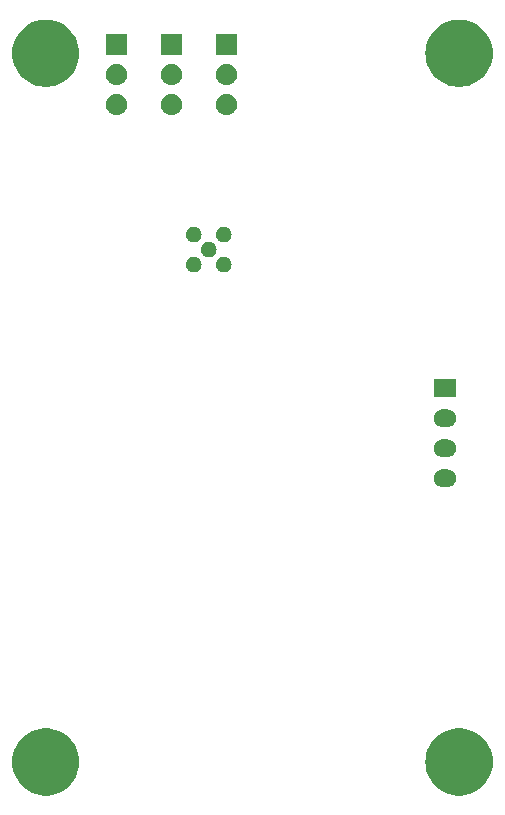
<source format=gbr>
%TF.GenerationSoftware,KiCad,Pcbnew,7.0.9*%
%TF.CreationDate,2024-10-15T17:16:27-06:00*%
%TF.ProjectId,i2c_mux,6932635f-6d75-4782-9e6b-696361645f70,rev?*%
%TF.SameCoordinates,Original*%
%TF.FileFunction,Soldermask,Bot*%
%TF.FilePolarity,Negative*%
%FSLAX46Y46*%
G04 Gerber Fmt 4.6, Leading zero omitted, Abs format (unit mm)*
G04 Created by KiCad (PCBNEW 7.0.9) date 2024-10-15 17:16:27*
%MOMM*%
%LPD*%
G01*
G04 APERTURE LIST*
G04 APERTURE END LIST*
G36*
X105495071Y-122192313D02*
G01*
X105817676Y-122268772D01*
X106129223Y-122382166D01*
X106425500Y-122530962D01*
X106702499Y-122713147D01*
X106956475Y-122926258D01*
X107183993Y-123167413D01*
X107381976Y-123433350D01*
X107547747Y-123720474D01*
X107679064Y-124024901D01*
X107774151Y-124342514D01*
X107831723Y-124669019D01*
X107851000Y-125000000D01*
X107831723Y-125330981D01*
X107774151Y-125657486D01*
X107679064Y-125975099D01*
X107547747Y-126279526D01*
X107381976Y-126566650D01*
X107183993Y-126832587D01*
X106956475Y-127073742D01*
X106702499Y-127286853D01*
X106425500Y-127469038D01*
X106129223Y-127617834D01*
X105817676Y-127731228D01*
X105495071Y-127807687D01*
X105165771Y-127846177D01*
X104834229Y-127846177D01*
X104504929Y-127807687D01*
X104182324Y-127731228D01*
X103870777Y-127617834D01*
X103574500Y-127469038D01*
X103297501Y-127286853D01*
X103043525Y-127073742D01*
X102816007Y-126832587D01*
X102618024Y-126566650D01*
X102452253Y-126279526D01*
X102320936Y-125975099D01*
X102225849Y-125657486D01*
X102168277Y-125330981D01*
X102149000Y-125000000D01*
X102168277Y-124669019D01*
X102225849Y-124342514D01*
X102320936Y-124024901D01*
X102452253Y-123720474D01*
X102618024Y-123433350D01*
X102816007Y-123167413D01*
X103043525Y-122926258D01*
X103297501Y-122713147D01*
X103574500Y-122530962D01*
X103870777Y-122382166D01*
X104182324Y-122268772D01*
X104504929Y-122192313D01*
X104834229Y-122153823D01*
X105165771Y-122153823D01*
X105495071Y-122192313D01*
G37*
G36*
X140495071Y-122192313D02*
G01*
X140817676Y-122268772D01*
X141129223Y-122382166D01*
X141425500Y-122530962D01*
X141702499Y-122713147D01*
X141956475Y-122926258D01*
X142183993Y-123167413D01*
X142381976Y-123433350D01*
X142547747Y-123720474D01*
X142679064Y-124024901D01*
X142774151Y-124342514D01*
X142831723Y-124669019D01*
X142851000Y-125000000D01*
X142831723Y-125330981D01*
X142774151Y-125657486D01*
X142679064Y-125975099D01*
X142547747Y-126279526D01*
X142381976Y-126566650D01*
X142183993Y-126832587D01*
X141956475Y-127073742D01*
X141702499Y-127286853D01*
X141425500Y-127469038D01*
X141129223Y-127617834D01*
X140817676Y-127731228D01*
X140495071Y-127807687D01*
X140165771Y-127846177D01*
X139834229Y-127846177D01*
X139504929Y-127807687D01*
X139182324Y-127731228D01*
X138870777Y-127617834D01*
X138574500Y-127469038D01*
X138297501Y-127286853D01*
X138043525Y-127073742D01*
X137816007Y-126832587D01*
X137618024Y-126566650D01*
X137452253Y-126279526D01*
X137320936Y-125975099D01*
X137225849Y-125657486D01*
X137168277Y-125330981D01*
X137149000Y-125000000D01*
X137168277Y-124669019D01*
X137225849Y-124342514D01*
X137320936Y-124024901D01*
X137452253Y-123720474D01*
X137618024Y-123433350D01*
X137816007Y-123167413D01*
X138043525Y-122926258D01*
X138297501Y-122713147D01*
X138574500Y-122530962D01*
X138870777Y-122382166D01*
X139182324Y-122268772D01*
X139504929Y-122192313D01*
X139834229Y-122153823D01*
X140165771Y-122153823D01*
X140495071Y-122192313D01*
G37*
G36*
X139045540Y-100221652D02*
G01*
X139077780Y-100223400D01*
X139078584Y-100223576D01*
X139087186Y-100224078D01*
X139169641Y-100243620D01*
X139239561Y-100259011D01*
X139244793Y-100261431D01*
X139256857Y-100264291D01*
X139325651Y-100298841D01*
X139386801Y-100327132D01*
X139396180Y-100334262D01*
X139412681Y-100342549D01*
X139466622Y-100387811D01*
X139515955Y-100425313D01*
X139527466Y-100438864D01*
X139546258Y-100454633D01*
X139584550Y-100506068D01*
X139620984Y-100548961D01*
X139632120Y-100569966D01*
X139650385Y-100594500D01*
X139673337Y-100647710D01*
X139696976Y-100692297D01*
X139704933Y-100720957D01*
X139719450Y-100754611D01*
X139728452Y-100805667D01*
X139740378Y-100848620D01*
X139742310Y-100884260D01*
X139749729Y-100926333D01*
X139747068Y-100972013D01*
X139749162Y-101010622D01*
X139742427Y-101051697D01*
X139739591Y-101100410D01*
X139728209Y-101138426D01*
X139722916Y-101170715D01*
X139705324Y-101214865D01*
X139689580Y-101267456D01*
X139672769Y-101296572D01*
X139662866Y-101321429D01*
X139632914Y-101365604D01*
X139602395Y-101418466D01*
X139583481Y-101438512D01*
X139571823Y-101455708D01*
X139528886Y-101496380D01*
X139482733Y-101545299D01*
X139464772Y-101557111D01*
X139454036Y-101567282D01*
X139398562Y-101600659D01*
X139337048Y-101641118D01*
X139322546Y-101646396D01*
X139315031Y-101650918D01*
X139248945Y-101673185D01*
X139173193Y-101700757D01*
X139163888Y-101701844D01*
X139161281Y-101702723D01*
X139090676Y-101710401D01*
X139000000Y-101721000D01*
X138993225Y-101721000D01*
X138603392Y-101721000D01*
X138600000Y-101721000D01*
X138554317Y-101718339D01*
X138522219Y-101716599D01*
X138521420Y-101716423D01*
X138512814Y-101715922D01*
X138430312Y-101696368D01*
X138360438Y-101680988D01*
X138355208Y-101678568D01*
X138343143Y-101675709D01*
X138274334Y-101641152D01*
X138213198Y-101612867D01*
X138203820Y-101605738D01*
X138187319Y-101597451D01*
X138133374Y-101552186D01*
X138084044Y-101514686D01*
X138072533Y-101501134D01*
X138053742Y-101485367D01*
X138015450Y-101433933D01*
X137979015Y-101391038D01*
X137967878Y-101370031D01*
X137949615Y-101345500D01*
X137926664Y-101292294D01*
X137903023Y-101247702D01*
X137895064Y-101219037D01*
X137880550Y-101185389D01*
X137871548Y-101134339D01*
X137859621Y-101091379D01*
X137857688Y-101055732D01*
X137850271Y-101013667D01*
X137852930Y-100967994D01*
X137850837Y-100929377D01*
X137857572Y-100888291D01*
X137860409Y-100839590D01*
X137871787Y-100801582D01*
X137877083Y-100769284D01*
X137894679Y-100725120D01*
X137910420Y-100672544D01*
X137927225Y-100643435D01*
X137937133Y-100618570D01*
X137967095Y-100574378D01*
X137997605Y-100521534D01*
X138016512Y-100501493D01*
X138028176Y-100484291D01*
X138071131Y-100443601D01*
X138117267Y-100394701D01*
X138135220Y-100382892D01*
X138145963Y-100372717D01*
X138201466Y-100339322D01*
X138262952Y-100298882D01*
X138277447Y-100293606D01*
X138284968Y-100289081D01*
X138351104Y-100266796D01*
X138426807Y-100239243D01*
X138436105Y-100238156D01*
X138438718Y-100237276D01*
X138509402Y-100229589D01*
X138600000Y-100219000D01*
X139000000Y-100219000D01*
X139045540Y-100221652D01*
G37*
G36*
X139045540Y-97681652D02*
G01*
X139077780Y-97683400D01*
X139078584Y-97683576D01*
X139087186Y-97684078D01*
X139169641Y-97703620D01*
X139239561Y-97719011D01*
X139244793Y-97721431D01*
X139256857Y-97724291D01*
X139325651Y-97758841D01*
X139386801Y-97787132D01*
X139396180Y-97794262D01*
X139412681Y-97802549D01*
X139466622Y-97847811D01*
X139515955Y-97885313D01*
X139527466Y-97898864D01*
X139546258Y-97914633D01*
X139584550Y-97966068D01*
X139620984Y-98008961D01*
X139632120Y-98029966D01*
X139650385Y-98054500D01*
X139673337Y-98107710D01*
X139696976Y-98152297D01*
X139704933Y-98180957D01*
X139719450Y-98214611D01*
X139728452Y-98265667D01*
X139740378Y-98308620D01*
X139742310Y-98344260D01*
X139749729Y-98386333D01*
X139747068Y-98432013D01*
X139749162Y-98470622D01*
X139742427Y-98511697D01*
X139739591Y-98560410D01*
X139728209Y-98598426D01*
X139722916Y-98630715D01*
X139705324Y-98674865D01*
X139689580Y-98727456D01*
X139672769Y-98756572D01*
X139662866Y-98781429D01*
X139632914Y-98825604D01*
X139602395Y-98878466D01*
X139583481Y-98898512D01*
X139571823Y-98915708D01*
X139528886Y-98956380D01*
X139482733Y-99005299D01*
X139464772Y-99017111D01*
X139454036Y-99027282D01*
X139398562Y-99060659D01*
X139337048Y-99101118D01*
X139322546Y-99106396D01*
X139315031Y-99110918D01*
X139248945Y-99133185D01*
X139173193Y-99160757D01*
X139163888Y-99161844D01*
X139161281Y-99162723D01*
X139090676Y-99170401D01*
X139000000Y-99181000D01*
X138993225Y-99181000D01*
X138603392Y-99181000D01*
X138600000Y-99181000D01*
X138554317Y-99178339D01*
X138522219Y-99176599D01*
X138521420Y-99176423D01*
X138512814Y-99175922D01*
X138430312Y-99156368D01*
X138360438Y-99140988D01*
X138355208Y-99138568D01*
X138343143Y-99135709D01*
X138274334Y-99101152D01*
X138213198Y-99072867D01*
X138203820Y-99065738D01*
X138187319Y-99057451D01*
X138133374Y-99012186D01*
X138084044Y-98974686D01*
X138072533Y-98961134D01*
X138053742Y-98945367D01*
X138015450Y-98893933D01*
X137979015Y-98851038D01*
X137967878Y-98830031D01*
X137949615Y-98805500D01*
X137926664Y-98752294D01*
X137903023Y-98707702D01*
X137895064Y-98679037D01*
X137880550Y-98645389D01*
X137871548Y-98594339D01*
X137859621Y-98551379D01*
X137857688Y-98515732D01*
X137850271Y-98473667D01*
X137852930Y-98427994D01*
X137850837Y-98389377D01*
X137857572Y-98348291D01*
X137860409Y-98299590D01*
X137871787Y-98261582D01*
X137877083Y-98229284D01*
X137894679Y-98185120D01*
X137910420Y-98132544D01*
X137927225Y-98103435D01*
X137937133Y-98078570D01*
X137967095Y-98034378D01*
X137997605Y-97981534D01*
X138016512Y-97961493D01*
X138028176Y-97944291D01*
X138071131Y-97903601D01*
X138117267Y-97854701D01*
X138135220Y-97842892D01*
X138145963Y-97832717D01*
X138201466Y-97799322D01*
X138262952Y-97758882D01*
X138277447Y-97753606D01*
X138284968Y-97749081D01*
X138351104Y-97726796D01*
X138426807Y-97699243D01*
X138436105Y-97698156D01*
X138438718Y-97697276D01*
X138509402Y-97689589D01*
X138600000Y-97679000D01*
X139000000Y-97679000D01*
X139045540Y-97681652D01*
G37*
G36*
X139045540Y-95141652D02*
G01*
X139077780Y-95143400D01*
X139078584Y-95143576D01*
X139087186Y-95144078D01*
X139169641Y-95163620D01*
X139239561Y-95179011D01*
X139244793Y-95181431D01*
X139256857Y-95184291D01*
X139325651Y-95218841D01*
X139386801Y-95247132D01*
X139396180Y-95254262D01*
X139412681Y-95262549D01*
X139466622Y-95307811D01*
X139515955Y-95345313D01*
X139527466Y-95358864D01*
X139546258Y-95374633D01*
X139584550Y-95426068D01*
X139620984Y-95468961D01*
X139632120Y-95489966D01*
X139650385Y-95514500D01*
X139673337Y-95567710D01*
X139696976Y-95612297D01*
X139704933Y-95640957D01*
X139719450Y-95674611D01*
X139728452Y-95725667D01*
X139740378Y-95768620D01*
X139742310Y-95804260D01*
X139749729Y-95846333D01*
X139747068Y-95892013D01*
X139749162Y-95930622D01*
X139742427Y-95971697D01*
X139739591Y-96020410D01*
X139728209Y-96058426D01*
X139722916Y-96090715D01*
X139705324Y-96134865D01*
X139689580Y-96187456D01*
X139672769Y-96216572D01*
X139662866Y-96241429D01*
X139632914Y-96285604D01*
X139602395Y-96338466D01*
X139583481Y-96358512D01*
X139571823Y-96375708D01*
X139528886Y-96416380D01*
X139482733Y-96465299D01*
X139464772Y-96477111D01*
X139454036Y-96487282D01*
X139398562Y-96520659D01*
X139337048Y-96561118D01*
X139322546Y-96566396D01*
X139315031Y-96570918D01*
X139248945Y-96593185D01*
X139173193Y-96620757D01*
X139163888Y-96621844D01*
X139161281Y-96622723D01*
X139090676Y-96630401D01*
X139000000Y-96641000D01*
X138993225Y-96641000D01*
X138603392Y-96641000D01*
X138600000Y-96641000D01*
X138554317Y-96638339D01*
X138522219Y-96636599D01*
X138521420Y-96636423D01*
X138512814Y-96635922D01*
X138430312Y-96616368D01*
X138360438Y-96600988D01*
X138355208Y-96598568D01*
X138343143Y-96595709D01*
X138274334Y-96561152D01*
X138213198Y-96532867D01*
X138203820Y-96525738D01*
X138187319Y-96517451D01*
X138133374Y-96472186D01*
X138084044Y-96434686D01*
X138072533Y-96421134D01*
X138053742Y-96405367D01*
X138015450Y-96353933D01*
X137979015Y-96311038D01*
X137967878Y-96290031D01*
X137949615Y-96265500D01*
X137926664Y-96212294D01*
X137903023Y-96167702D01*
X137895064Y-96139037D01*
X137880550Y-96105389D01*
X137871548Y-96054339D01*
X137859621Y-96011379D01*
X137857688Y-95975732D01*
X137850271Y-95933667D01*
X137852930Y-95887994D01*
X137850837Y-95849377D01*
X137857572Y-95808291D01*
X137860409Y-95759590D01*
X137871787Y-95721582D01*
X137877083Y-95689284D01*
X137894679Y-95645120D01*
X137910420Y-95592544D01*
X137927225Y-95563435D01*
X137937133Y-95538570D01*
X137967095Y-95494378D01*
X137997605Y-95441534D01*
X138016512Y-95421493D01*
X138028176Y-95404291D01*
X138071131Y-95363601D01*
X138117267Y-95314701D01*
X138135220Y-95302892D01*
X138145963Y-95292717D01*
X138201466Y-95259322D01*
X138262952Y-95218882D01*
X138277447Y-95213606D01*
X138284968Y-95209081D01*
X138351104Y-95186796D01*
X138426807Y-95159243D01*
X138436105Y-95158156D01*
X138438718Y-95157276D01*
X138509402Y-95149589D01*
X138600000Y-95139000D01*
X139000000Y-95139000D01*
X139045540Y-95141652D01*
G37*
G36*
X139719517Y-92602882D02*
G01*
X139736062Y-92613938D01*
X139747118Y-92630483D01*
X139751000Y-92650000D01*
X139751000Y-94050000D01*
X139747118Y-94069517D01*
X139736062Y-94086062D01*
X139719517Y-94097118D01*
X139700000Y-94101000D01*
X137900000Y-94101000D01*
X137880483Y-94097118D01*
X137863938Y-94086062D01*
X137852882Y-94069517D01*
X137849000Y-94050000D01*
X137849000Y-92650000D01*
X137852882Y-92630483D01*
X137863938Y-92613938D01*
X137880483Y-92602882D01*
X137900000Y-92599000D01*
X139700000Y-92599000D01*
X139719517Y-92602882D01*
G37*
G36*
X117566405Y-82203892D02*
G01*
X117610880Y-82203892D01*
X117648332Y-82213123D01*
X117679136Y-82216594D01*
X117718984Y-82230537D01*
X117767940Y-82242604D01*
X117796886Y-82257796D01*
X117820791Y-82266161D01*
X117861192Y-82291546D01*
X117911171Y-82317778D01*
X117931254Y-82335569D01*
X117947866Y-82346008D01*
X117985372Y-82383514D01*
X118032251Y-82425045D01*
X118044168Y-82442310D01*
X118053991Y-82452133D01*
X118084874Y-82501283D01*
X118124141Y-82558171D01*
X118129502Y-82572308D01*
X118133838Y-82579208D01*
X118154336Y-82637790D01*
X118181502Y-82709419D01*
X118182618Y-82718615D01*
X118183405Y-82720863D01*
X118190019Y-82779565D01*
X118201000Y-82870000D01*
X118190018Y-82960442D01*
X118183405Y-83019136D01*
X118182618Y-83021382D01*
X118181502Y-83030581D01*
X118154332Y-83102221D01*
X118133838Y-83160791D01*
X118129503Y-83167689D01*
X118124141Y-83181829D01*
X118084867Y-83238726D01*
X118053991Y-83287866D01*
X118044170Y-83297686D01*
X118032251Y-83314955D01*
X117985363Y-83356493D01*
X117947866Y-83393991D01*
X117931257Y-83404426D01*
X117911171Y-83422222D01*
X117861182Y-83448458D01*
X117820791Y-83473838D01*
X117796892Y-83482200D01*
X117767940Y-83497396D01*
X117718974Y-83509464D01*
X117679136Y-83523405D01*
X117648339Y-83526875D01*
X117610880Y-83536108D01*
X117566396Y-83536108D01*
X117530000Y-83540209D01*
X117493603Y-83536108D01*
X117449120Y-83536108D01*
X117411661Y-83526875D01*
X117380863Y-83523405D01*
X117341022Y-83509464D01*
X117292060Y-83497396D01*
X117263109Y-83482201D01*
X117239208Y-83473838D01*
X117198811Y-83448455D01*
X117148829Y-83422222D01*
X117128744Y-83404428D01*
X117112133Y-83393991D01*
X117074627Y-83356485D01*
X117027749Y-83314955D01*
X117015831Y-83297689D01*
X117006008Y-83287866D01*
X116975121Y-83238710D01*
X116935859Y-83181829D01*
X116930498Y-83167693D01*
X116926161Y-83160791D01*
X116905654Y-83102186D01*
X116878498Y-83030581D01*
X116877381Y-83021386D01*
X116876594Y-83019136D01*
X116869967Y-82960327D01*
X116859000Y-82870000D01*
X116869966Y-82779679D01*
X116876594Y-82720863D01*
X116877381Y-82718611D01*
X116878498Y-82709419D01*
X116905650Y-82637824D01*
X116926161Y-82579208D01*
X116930498Y-82572304D01*
X116935859Y-82558171D01*
X116975114Y-82501299D01*
X117006008Y-82452133D01*
X117015833Y-82442307D01*
X117027749Y-82425045D01*
X117074618Y-82383522D01*
X117112133Y-82346008D01*
X117128748Y-82335567D01*
X117148829Y-82317778D01*
X117198801Y-82291550D01*
X117239208Y-82266161D01*
X117263115Y-82257795D01*
X117292060Y-82242604D01*
X117341012Y-82230538D01*
X117380863Y-82216594D01*
X117411668Y-82213122D01*
X117449120Y-82203892D01*
X117493594Y-82203892D01*
X117530000Y-82199790D01*
X117566405Y-82203892D01*
G37*
G36*
X120106405Y-82203892D02*
G01*
X120150880Y-82203892D01*
X120188332Y-82213123D01*
X120219136Y-82216594D01*
X120258984Y-82230537D01*
X120307940Y-82242604D01*
X120336886Y-82257796D01*
X120360791Y-82266161D01*
X120401192Y-82291546D01*
X120451171Y-82317778D01*
X120471254Y-82335569D01*
X120487866Y-82346008D01*
X120525372Y-82383514D01*
X120572251Y-82425045D01*
X120584168Y-82442310D01*
X120593991Y-82452133D01*
X120624874Y-82501283D01*
X120664141Y-82558171D01*
X120669502Y-82572308D01*
X120673838Y-82579208D01*
X120694336Y-82637790D01*
X120721502Y-82709419D01*
X120722618Y-82718615D01*
X120723405Y-82720863D01*
X120730019Y-82779565D01*
X120741000Y-82870000D01*
X120730018Y-82960442D01*
X120723405Y-83019136D01*
X120722618Y-83021382D01*
X120721502Y-83030581D01*
X120694332Y-83102221D01*
X120673838Y-83160791D01*
X120669503Y-83167689D01*
X120664141Y-83181829D01*
X120624867Y-83238726D01*
X120593991Y-83287866D01*
X120584170Y-83297686D01*
X120572251Y-83314955D01*
X120525363Y-83356493D01*
X120487866Y-83393991D01*
X120471257Y-83404426D01*
X120451171Y-83422222D01*
X120401182Y-83448458D01*
X120360791Y-83473838D01*
X120336892Y-83482200D01*
X120307940Y-83497396D01*
X120258974Y-83509464D01*
X120219136Y-83523405D01*
X120188339Y-83526875D01*
X120150880Y-83536108D01*
X120106396Y-83536108D01*
X120070000Y-83540209D01*
X120033603Y-83536108D01*
X119989120Y-83536108D01*
X119951661Y-83526875D01*
X119920863Y-83523405D01*
X119881022Y-83509464D01*
X119832060Y-83497396D01*
X119803109Y-83482201D01*
X119779208Y-83473838D01*
X119738811Y-83448455D01*
X119688829Y-83422222D01*
X119668744Y-83404428D01*
X119652133Y-83393991D01*
X119614627Y-83356485D01*
X119567749Y-83314955D01*
X119555831Y-83297689D01*
X119546008Y-83287866D01*
X119515121Y-83238710D01*
X119475859Y-83181829D01*
X119470498Y-83167693D01*
X119466161Y-83160791D01*
X119445654Y-83102186D01*
X119418498Y-83030581D01*
X119417381Y-83021386D01*
X119416594Y-83019136D01*
X119409967Y-82960327D01*
X119399000Y-82870000D01*
X119409966Y-82779679D01*
X119416594Y-82720863D01*
X119417381Y-82718611D01*
X119418498Y-82709419D01*
X119445650Y-82637824D01*
X119466161Y-82579208D01*
X119470498Y-82572304D01*
X119475859Y-82558171D01*
X119515114Y-82501299D01*
X119546008Y-82452133D01*
X119555833Y-82442307D01*
X119567749Y-82425045D01*
X119614618Y-82383522D01*
X119652133Y-82346008D01*
X119668748Y-82335567D01*
X119688829Y-82317778D01*
X119738801Y-82291550D01*
X119779208Y-82266161D01*
X119803115Y-82257795D01*
X119832060Y-82242604D01*
X119881012Y-82230538D01*
X119920863Y-82216594D01*
X119951668Y-82213122D01*
X119989120Y-82203892D01*
X120033594Y-82203892D01*
X120070000Y-82199790D01*
X120106405Y-82203892D01*
G37*
G36*
X118836405Y-80933892D02*
G01*
X118880880Y-80933892D01*
X118918332Y-80943123D01*
X118949136Y-80946594D01*
X118988984Y-80960537D01*
X119037940Y-80972604D01*
X119066886Y-80987796D01*
X119090791Y-80996161D01*
X119131192Y-81021546D01*
X119181171Y-81047778D01*
X119201254Y-81065569D01*
X119217866Y-81076008D01*
X119255372Y-81113514D01*
X119302251Y-81155045D01*
X119314168Y-81172310D01*
X119323991Y-81182133D01*
X119354874Y-81231283D01*
X119394141Y-81288171D01*
X119399502Y-81302308D01*
X119403838Y-81309208D01*
X119424336Y-81367790D01*
X119451502Y-81439419D01*
X119452618Y-81448615D01*
X119453405Y-81450863D01*
X119460019Y-81509565D01*
X119471000Y-81600000D01*
X119460018Y-81690442D01*
X119453405Y-81749136D01*
X119452618Y-81751382D01*
X119451502Y-81760581D01*
X119424332Y-81832221D01*
X119403838Y-81890791D01*
X119399503Y-81897689D01*
X119394141Y-81911829D01*
X119354867Y-81968726D01*
X119323991Y-82017866D01*
X119314170Y-82027686D01*
X119302251Y-82044955D01*
X119255363Y-82086493D01*
X119217866Y-82123991D01*
X119201257Y-82134426D01*
X119181171Y-82152222D01*
X119131182Y-82178458D01*
X119090791Y-82203838D01*
X119066892Y-82212200D01*
X119037940Y-82227396D01*
X118988974Y-82239464D01*
X118949136Y-82253405D01*
X118918339Y-82256875D01*
X118880880Y-82266108D01*
X118836396Y-82266108D01*
X118800000Y-82270209D01*
X118763603Y-82266108D01*
X118719120Y-82266108D01*
X118681661Y-82256875D01*
X118650863Y-82253405D01*
X118611022Y-82239464D01*
X118562060Y-82227396D01*
X118533109Y-82212201D01*
X118509208Y-82203838D01*
X118468811Y-82178455D01*
X118418829Y-82152222D01*
X118398744Y-82134428D01*
X118382133Y-82123991D01*
X118344627Y-82086485D01*
X118297749Y-82044955D01*
X118285831Y-82027689D01*
X118276008Y-82017866D01*
X118245121Y-81968710D01*
X118205859Y-81911829D01*
X118200498Y-81897693D01*
X118196161Y-81890791D01*
X118175654Y-81832186D01*
X118148498Y-81760581D01*
X118147381Y-81751386D01*
X118146594Y-81749136D01*
X118139967Y-81690327D01*
X118129000Y-81600000D01*
X118139966Y-81509679D01*
X118146594Y-81450863D01*
X118147381Y-81448611D01*
X118148498Y-81439419D01*
X118175650Y-81367824D01*
X118196161Y-81309208D01*
X118200498Y-81302304D01*
X118205859Y-81288171D01*
X118245114Y-81231299D01*
X118276008Y-81182133D01*
X118285833Y-81172307D01*
X118297749Y-81155045D01*
X118344618Y-81113522D01*
X118382133Y-81076008D01*
X118398748Y-81065567D01*
X118418829Y-81047778D01*
X118468801Y-81021550D01*
X118509208Y-80996161D01*
X118533115Y-80987795D01*
X118562060Y-80972604D01*
X118611012Y-80960538D01*
X118650863Y-80946594D01*
X118681668Y-80943122D01*
X118719120Y-80933892D01*
X118763594Y-80933892D01*
X118800000Y-80929790D01*
X118836405Y-80933892D01*
G37*
G36*
X117566405Y-79663892D02*
G01*
X117610880Y-79663892D01*
X117648332Y-79673123D01*
X117679136Y-79676594D01*
X117718984Y-79690537D01*
X117767940Y-79702604D01*
X117796886Y-79717796D01*
X117820791Y-79726161D01*
X117861192Y-79751546D01*
X117911171Y-79777778D01*
X117931254Y-79795569D01*
X117947866Y-79806008D01*
X117985372Y-79843514D01*
X118032251Y-79885045D01*
X118044168Y-79902310D01*
X118053991Y-79912133D01*
X118084874Y-79961283D01*
X118124141Y-80018171D01*
X118129502Y-80032308D01*
X118133838Y-80039208D01*
X118154336Y-80097790D01*
X118181502Y-80169419D01*
X118182618Y-80178615D01*
X118183405Y-80180863D01*
X118190019Y-80239565D01*
X118201000Y-80330000D01*
X118190018Y-80420442D01*
X118183405Y-80479136D01*
X118182618Y-80481382D01*
X118181502Y-80490581D01*
X118154332Y-80562221D01*
X118133838Y-80620791D01*
X118129503Y-80627689D01*
X118124141Y-80641829D01*
X118084867Y-80698726D01*
X118053991Y-80747866D01*
X118044170Y-80757686D01*
X118032251Y-80774955D01*
X117985363Y-80816493D01*
X117947866Y-80853991D01*
X117931257Y-80864426D01*
X117911171Y-80882222D01*
X117861182Y-80908458D01*
X117820791Y-80933838D01*
X117796892Y-80942200D01*
X117767940Y-80957396D01*
X117718974Y-80969464D01*
X117679136Y-80983405D01*
X117648339Y-80986875D01*
X117610880Y-80996108D01*
X117566396Y-80996108D01*
X117530000Y-81000209D01*
X117493603Y-80996108D01*
X117449120Y-80996108D01*
X117411661Y-80986875D01*
X117380863Y-80983405D01*
X117341022Y-80969464D01*
X117292060Y-80957396D01*
X117263109Y-80942201D01*
X117239208Y-80933838D01*
X117198811Y-80908455D01*
X117148829Y-80882222D01*
X117128744Y-80864428D01*
X117112133Y-80853991D01*
X117074627Y-80816485D01*
X117027749Y-80774955D01*
X117015831Y-80757689D01*
X117006008Y-80747866D01*
X116975121Y-80698710D01*
X116935859Y-80641829D01*
X116930498Y-80627693D01*
X116926161Y-80620791D01*
X116905654Y-80562186D01*
X116878498Y-80490581D01*
X116877381Y-80481386D01*
X116876594Y-80479136D01*
X116869967Y-80420327D01*
X116859000Y-80330000D01*
X116869966Y-80239679D01*
X116876594Y-80180863D01*
X116877381Y-80178611D01*
X116878498Y-80169419D01*
X116905650Y-80097824D01*
X116926161Y-80039208D01*
X116930498Y-80032304D01*
X116935859Y-80018171D01*
X116975114Y-79961299D01*
X117006008Y-79912133D01*
X117015833Y-79902307D01*
X117027749Y-79885045D01*
X117074618Y-79843522D01*
X117112133Y-79806008D01*
X117128748Y-79795567D01*
X117148829Y-79777778D01*
X117198801Y-79751550D01*
X117239208Y-79726161D01*
X117263115Y-79717795D01*
X117292060Y-79702604D01*
X117341012Y-79690538D01*
X117380863Y-79676594D01*
X117411668Y-79673122D01*
X117449120Y-79663892D01*
X117493594Y-79663892D01*
X117530000Y-79659790D01*
X117566405Y-79663892D01*
G37*
G36*
X120106405Y-79663892D02*
G01*
X120150880Y-79663892D01*
X120188332Y-79673123D01*
X120219136Y-79676594D01*
X120258984Y-79690537D01*
X120307940Y-79702604D01*
X120336886Y-79717796D01*
X120360791Y-79726161D01*
X120401192Y-79751546D01*
X120451171Y-79777778D01*
X120471254Y-79795569D01*
X120487866Y-79806008D01*
X120525372Y-79843514D01*
X120572251Y-79885045D01*
X120584168Y-79902310D01*
X120593991Y-79912133D01*
X120624874Y-79961283D01*
X120664141Y-80018171D01*
X120669502Y-80032308D01*
X120673838Y-80039208D01*
X120694336Y-80097790D01*
X120721502Y-80169419D01*
X120722618Y-80178615D01*
X120723405Y-80180863D01*
X120730019Y-80239565D01*
X120741000Y-80330000D01*
X120730018Y-80420442D01*
X120723405Y-80479136D01*
X120722618Y-80481382D01*
X120721502Y-80490581D01*
X120694332Y-80562221D01*
X120673838Y-80620791D01*
X120669503Y-80627689D01*
X120664141Y-80641829D01*
X120624867Y-80698726D01*
X120593991Y-80747866D01*
X120584170Y-80757686D01*
X120572251Y-80774955D01*
X120525363Y-80816493D01*
X120487866Y-80853991D01*
X120471257Y-80864426D01*
X120451171Y-80882222D01*
X120401182Y-80908458D01*
X120360791Y-80933838D01*
X120336892Y-80942200D01*
X120307940Y-80957396D01*
X120258974Y-80969464D01*
X120219136Y-80983405D01*
X120188339Y-80986875D01*
X120150880Y-80996108D01*
X120106396Y-80996108D01*
X120070000Y-81000209D01*
X120033603Y-80996108D01*
X119989120Y-80996108D01*
X119951661Y-80986875D01*
X119920863Y-80983405D01*
X119881022Y-80969464D01*
X119832060Y-80957396D01*
X119803109Y-80942201D01*
X119779208Y-80933838D01*
X119738811Y-80908455D01*
X119688829Y-80882222D01*
X119668744Y-80864428D01*
X119652133Y-80853991D01*
X119614627Y-80816485D01*
X119567749Y-80774955D01*
X119555831Y-80757689D01*
X119546008Y-80747866D01*
X119515121Y-80698710D01*
X119475859Y-80641829D01*
X119470498Y-80627693D01*
X119466161Y-80620791D01*
X119445654Y-80562186D01*
X119418498Y-80490581D01*
X119417381Y-80481386D01*
X119416594Y-80479136D01*
X119409967Y-80420327D01*
X119399000Y-80330000D01*
X119409966Y-80239679D01*
X119416594Y-80180863D01*
X119417381Y-80178611D01*
X119418498Y-80169419D01*
X119445650Y-80097824D01*
X119466161Y-80039208D01*
X119470498Y-80032304D01*
X119475859Y-80018171D01*
X119515114Y-79961299D01*
X119546008Y-79912133D01*
X119555833Y-79902307D01*
X119567749Y-79885045D01*
X119614618Y-79843522D01*
X119652133Y-79806008D01*
X119668748Y-79795567D01*
X119688829Y-79777778D01*
X119738801Y-79751550D01*
X119779208Y-79726161D01*
X119803115Y-79717795D01*
X119832060Y-79702604D01*
X119881012Y-79690538D01*
X119920863Y-79676594D01*
X119951668Y-79673122D01*
X119989120Y-79663892D01*
X120033594Y-79663892D01*
X120070000Y-79659790D01*
X120106405Y-79663892D01*
G37*
G36*
X111043983Y-68433936D02*
G01*
X111094180Y-68433936D01*
X111137524Y-68443149D01*
X111175659Y-68446905D01*
X111223566Y-68461437D01*
X111278424Y-68473098D01*
X111313530Y-68488728D01*
X111344566Y-68498143D01*
X111393884Y-68524504D01*
X111450500Y-68549711D01*
X111476822Y-68568835D01*
X111500232Y-68581348D01*
X111547988Y-68620540D01*
X111602887Y-68660427D01*
X111620711Y-68680223D01*
X111636675Y-68693324D01*
X111679572Y-68745594D01*
X111728924Y-68800405D01*
X111739292Y-68818363D01*
X111748651Y-68829767D01*
X111783273Y-68894542D01*
X111823104Y-68963530D01*
X111827685Y-68977630D01*
X111831856Y-68985433D01*
X111854852Y-69061242D01*
X111881311Y-69142672D01*
X111882242Y-69151532D01*
X111883094Y-69154340D01*
X111891384Y-69238513D01*
X111901000Y-69330000D01*
X111891383Y-69421494D01*
X111883094Y-69505659D01*
X111882242Y-69508466D01*
X111881311Y-69517328D01*
X111854848Y-69598771D01*
X111831856Y-69674566D01*
X111827686Y-69682366D01*
X111823104Y-69696470D01*
X111783266Y-69765470D01*
X111748651Y-69830232D01*
X111739294Y-69841633D01*
X111728924Y-69859595D01*
X111679563Y-69914415D01*
X111636675Y-69966675D01*
X111620714Y-69979773D01*
X111602887Y-69999573D01*
X111547977Y-70039467D01*
X111500232Y-70078651D01*
X111476827Y-70091161D01*
X111450500Y-70110289D01*
X111393873Y-70135500D01*
X111344566Y-70161856D01*
X111313537Y-70171268D01*
X111278424Y-70186902D01*
X111223555Y-70198564D01*
X111175659Y-70213094D01*
X111137532Y-70216849D01*
X111094180Y-70226064D01*
X111043973Y-70226064D01*
X111000000Y-70230395D01*
X110956027Y-70226064D01*
X110905820Y-70226064D01*
X110862467Y-70216849D01*
X110824340Y-70213094D01*
X110776441Y-70198563D01*
X110721576Y-70186902D01*
X110686464Y-70171269D01*
X110655433Y-70161856D01*
X110606120Y-70135498D01*
X110549500Y-70110289D01*
X110523175Y-70091163D01*
X110499767Y-70078651D01*
X110452013Y-70039460D01*
X110397113Y-69999573D01*
X110379287Y-69979776D01*
X110363324Y-69966675D01*
X110320425Y-69914402D01*
X110271076Y-69859595D01*
X110260708Y-69841637D01*
X110251348Y-69830232D01*
X110216719Y-69765447D01*
X110176896Y-69696470D01*
X110172315Y-69682371D01*
X110168143Y-69674566D01*
X110145136Y-69598725D01*
X110118689Y-69517328D01*
X110117758Y-69508471D01*
X110116905Y-69505659D01*
X110108600Y-69421342D01*
X110099000Y-69330000D01*
X110108599Y-69238664D01*
X110116905Y-69154340D01*
X110117758Y-69151527D01*
X110118689Y-69142672D01*
X110145132Y-69061288D01*
X110168143Y-68985433D01*
X110172315Y-68977626D01*
X110176896Y-68963530D01*
X110216712Y-68894565D01*
X110251348Y-68829767D01*
X110260710Y-68818359D01*
X110271076Y-68800405D01*
X110320416Y-68745607D01*
X110363324Y-68693324D01*
X110379291Y-68680219D01*
X110397113Y-68660427D01*
X110452002Y-68620546D01*
X110499767Y-68581348D01*
X110523180Y-68568833D01*
X110549500Y-68549711D01*
X110606109Y-68524506D01*
X110655433Y-68498143D01*
X110686471Y-68488727D01*
X110721576Y-68473098D01*
X110776430Y-68461438D01*
X110824340Y-68446905D01*
X110862476Y-68443148D01*
X110905820Y-68433936D01*
X110956016Y-68433936D01*
X111000000Y-68429604D01*
X111043983Y-68433936D01*
G37*
G36*
X115693983Y-68433936D02*
G01*
X115744180Y-68433936D01*
X115787524Y-68443149D01*
X115825659Y-68446905D01*
X115873566Y-68461437D01*
X115928424Y-68473098D01*
X115963530Y-68488728D01*
X115994566Y-68498143D01*
X116043884Y-68524504D01*
X116100500Y-68549711D01*
X116126822Y-68568835D01*
X116150232Y-68581348D01*
X116197988Y-68620540D01*
X116252887Y-68660427D01*
X116270711Y-68680223D01*
X116286675Y-68693324D01*
X116329572Y-68745594D01*
X116378924Y-68800405D01*
X116389292Y-68818363D01*
X116398651Y-68829767D01*
X116433273Y-68894542D01*
X116473104Y-68963530D01*
X116477685Y-68977630D01*
X116481856Y-68985433D01*
X116504852Y-69061242D01*
X116531311Y-69142672D01*
X116532242Y-69151532D01*
X116533094Y-69154340D01*
X116541384Y-69238513D01*
X116551000Y-69330000D01*
X116541383Y-69421494D01*
X116533094Y-69505659D01*
X116532242Y-69508466D01*
X116531311Y-69517328D01*
X116504848Y-69598771D01*
X116481856Y-69674566D01*
X116477686Y-69682366D01*
X116473104Y-69696470D01*
X116433266Y-69765470D01*
X116398651Y-69830232D01*
X116389294Y-69841633D01*
X116378924Y-69859595D01*
X116329563Y-69914415D01*
X116286675Y-69966675D01*
X116270714Y-69979773D01*
X116252887Y-69999573D01*
X116197977Y-70039467D01*
X116150232Y-70078651D01*
X116126827Y-70091161D01*
X116100500Y-70110289D01*
X116043873Y-70135500D01*
X115994566Y-70161856D01*
X115963537Y-70171268D01*
X115928424Y-70186902D01*
X115873555Y-70198564D01*
X115825659Y-70213094D01*
X115787532Y-70216849D01*
X115744180Y-70226064D01*
X115693973Y-70226064D01*
X115650000Y-70230395D01*
X115606027Y-70226064D01*
X115555820Y-70226064D01*
X115512467Y-70216849D01*
X115474340Y-70213094D01*
X115426441Y-70198563D01*
X115371576Y-70186902D01*
X115336464Y-70171269D01*
X115305433Y-70161856D01*
X115256120Y-70135498D01*
X115199500Y-70110289D01*
X115173175Y-70091163D01*
X115149767Y-70078651D01*
X115102013Y-70039460D01*
X115047113Y-69999573D01*
X115029287Y-69979776D01*
X115013324Y-69966675D01*
X114970425Y-69914402D01*
X114921076Y-69859595D01*
X114910708Y-69841637D01*
X114901348Y-69830232D01*
X114866719Y-69765447D01*
X114826896Y-69696470D01*
X114822315Y-69682371D01*
X114818143Y-69674566D01*
X114795136Y-69598725D01*
X114768689Y-69517328D01*
X114767758Y-69508471D01*
X114766905Y-69505659D01*
X114758600Y-69421342D01*
X114749000Y-69330000D01*
X114758599Y-69238664D01*
X114766905Y-69154340D01*
X114767758Y-69151527D01*
X114768689Y-69142672D01*
X114795132Y-69061288D01*
X114818143Y-68985433D01*
X114822315Y-68977626D01*
X114826896Y-68963530D01*
X114866712Y-68894565D01*
X114901348Y-68829767D01*
X114910710Y-68818359D01*
X114921076Y-68800405D01*
X114970416Y-68745607D01*
X115013324Y-68693324D01*
X115029291Y-68680219D01*
X115047113Y-68660427D01*
X115102002Y-68620546D01*
X115149767Y-68581348D01*
X115173180Y-68568833D01*
X115199500Y-68549711D01*
X115256109Y-68524506D01*
X115305433Y-68498143D01*
X115336471Y-68488727D01*
X115371576Y-68473098D01*
X115426430Y-68461438D01*
X115474340Y-68446905D01*
X115512476Y-68443148D01*
X115555820Y-68433936D01*
X115606016Y-68433936D01*
X115650000Y-68429604D01*
X115693983Y-68433936D01*
G37*
G36*
X120343983Y-68433936D02*
G01*
X120394180Y-68433936D01*
X120437524Y-68443149D01*
X120475659Y-68446905D01*
X120523566Y-68461437D01*
X120578424Y-68473098D01*
X120613530Y-68488728D01*
X120644566Y-68498143D01*
X120693884Y-68524504D01*
X120750500Y-68549711D01*
X120776822Y-68568835D01*
X120800232Y-68581348D01*
X120847988Y-68620540D01*
X120902887Y-68660427D01*
X120920711Y-68680223D01*
X120936675Y-68693324D01*
X120979572Y-68745594D01*
X121028924Y-68800405D01*
X121039292Y-68818363D01*
X121048651Y-68829767D01*
X121083273Y-68894542D01*
X121123104Y-68963530D01*
X121127685Y-68977630D01*
X121131856Y-68985433D01*
X121154852Y-69061242D01*
X121181311Y-69142672D01*
X121182242Y-69151532D01*
X121183094Y-69154340D01*
X121191384Y-69238513D01*
X121201000Y-69330000D01*
X121191383Y-69421494D01*
X121183094Y-69505659D01*
X121182242Y-69508466D01*
X121181311Y-69517328D01*
X121154848Y-69598771D01*
X121131856Y-69674566D01*
X121127686Y-69682366D01*
X121123104Y-69696470D01*
X121083266Y-69765470D01*
X121048651Y-69830232D01*
X121039294Y-69841633D01*
X121028924Y-69859595D01*
X120979563Y-69914415D01*
X120936675Y-69966675D01*
X120920714Y-69979773D01*
X120902887Y-69999573D01*
X120847977Y-70039467D01*
X120800232Y-70078651D01*
X120776827Y-70091161D01*
X120750500Y-70110289D01*
X120693873Y-70135500D01*
X120644566Y-70161856D01*
X120613537Y-70171268D01*
X120578424Y-70186902D01*
X120523555Y-70198564D01*
X120475659Y-70213094D01*
X120437532Y-70216849D01*
X120394180Y-70226064D01*
X120343973Y-70226064D01*
X120300000Y-70230395D01*
X120256027Y-70226064D01*
X120205820Y-70226064D01*
X120162467Y-70216849D01*
X120124340Y-70213094D01*
X120076441Y-70198563D01*
X120021576Y-70186902D01*
X119986464Y-70171269D01*
X119955433Y-70161856D01*
X119906120Y-70135498D01*
X119849500Y-70110289D01*
X119823175Y-70091163D01*
X119799767Y-70078651D01*
X119752013Y-70039460D01*
X119697113Y-69999573D01*
X119679287Y-69979776D01*
X119663324Y-69966675D01*
X119620425Y-69914402D01*
X119571076Y-69859595D01*
X119560708Y-69841637D01*
X119551348Y-69830232D01*
X119516719Y-69765447D01*
X119476896Y-69696470D01*
X119472315Y-69682371D01*
X119468143Y-69674566D01*
X119445136Y-69598725D01*
X119418689Y-69517328D01*
X119417758Y-69508471D01*
X119416905Y-69505659D01*
X119408600Y-69421342D01*
X119399000Y-69330000D01*
X119408599Y-69238664D01*
X119416905Y-69154340D01*
X119417758Y-69151527D01*
X119418689Y-69142672D01*
X119445132Y-69061288D01*
X119468143Y-68985433D01*
X119472315Y-68977626D01*
X119476896Y-68963530D01*
X119516712Y-68894565D01*
X119551348Y-68829767D01*
X119560710Y-68818359D01*
X119571076Y-68800405D01*
X119620416Y-68745607D01*
X119663324Y-68693324D01*
X119679291Y-68680219D01*
X119697113Y-68660427D01*
X119752002Y-68620546D01*
X119799767Y-68581348D01*
X119823180Y-68568833D01*
X119849500Y-68549711D01*
X119906109Y-68524506D01*
X119955433Y-68498143D01*
X119986471Y-68488727D01*
X120021576Y-68473098D01*
X120076430Y-68461438D01*
X120124340Y-68446905D01*
X120162476Y-68443148D01*
X120205820Y-68433936D01*
X120256016Y-68433936D01*
X120300000Y-68429604D01*
X120343983Y-68433936D01*
G37*
G36*
X105495071Y-62192313D02*
G01*
X105817676Y-62268772D01*
X106129223Y-62382166D01*
X106425500Y-62530962D01*
X106702499Y-62713147D01*
X106956475Y-62926258D01*
X107183993Y-63167413D01*
X107381976Y-63433350D01*
X107547747Y-63720474D01*
X107679064Y-64024901D01*
X107774151Y-64342514D01*
X107831723Y-64669019D01*
X107851000Y-65000000D01*
X107831723Y-65330981D01*
X107774151Y-65657486D01*
X107679064Y-65975099D01*
X107547747Y-66279526D01*
X107381976Y-66566650D01*
X107183993Y-66832587D01*
X106956475Y-67073742D01*
X106702499Y-67286853D01*
X106425500Y-67469038D01*
X106129223Y-67617834D01*
X105817676Y-67731228D01*
X105495071Y-67807687D01*
X105165771Y-67846177D01*
X104834229Y-67846177D01*
X104504929Y-67807687D01*
X104182324Y-67731228D01*
X103870777Y-67617834D01*
X103574500Y-67469038D01*
X103297501Y-67286853D01*
X103043525Y-67073742D01*
X102816007Y-66832587D01*
X102618024Y-66566650D01*
X102452253Y-66279526D01*
X102320936Y-65975099D01*
X102225849Y-65657486D01*
X102168277Y-65330981D01*
X102149000Y-65000000D01*
X102168277Y-64669019D01*
X102225849Y-64342514D01*
X102320936Y-64024901D01*
X102452253Y-63720474D01*
X102618024Y-63433350D01*
X102816007Y-63167413D01*
X103043525Y-62926258D01*
X103297501Y-62713147D01*
X103574500Y-62530962D01*
X103870777Y-62382166D01*
X104182324Y-62268772D01*
X104504929Y-62192313D01*
X104834229Y-62153823D01*
X105165771Y-62153823D01*
X105495071Y-62192313D01*
G37*
G36*
X140495071Y-62192313D02*
G01*
X140817676Y-62268772D01*
X141129223Y-62382166D01*
X141425500Y-62530962D01*
X141702499Y-62713147D01*
X141956475Y-62926258D01*
X142183993Y-63167413D01*
X142381976Y-63433350D01*
X142547747Y-63720474D01*
X142679064Y-64024901D01*
X142774151Y-64342514D01*
X142831723Y-64669019D01*
X142851000Y-65000000D01*
X142831723Y-65330981D01*
X142774151Y-65657486D01*
X142679064Y-65975099D01*
X142547747Y-66279526D01*
X142381976Y-66566650D01*
X142183993Y-66832587D01*
X141956475Y-67073742D01*
X141702499Y-67286853D01*
X141425500Y-67469038D01*
X141129223Y-67617834D01*
X140817676Y-67731228D01*
X140495071Y-67807687D01*
X140165771Y-67846177D01*
X139834229Y-67846177D01*
X139504929Y-67807687D01*
X139182324Y-67731228D01*
X138870777Y-67617834D01*
X138574500Y-67469038D01*
X138297501Y-67286853D01*
X138043525Y-67073742D01*
X137816007Y-66832587D01*
X137618024Y-66566650D01*
X137452253Y-66279526D01*
X137320936Y-65975099D01*
X137225849Y-65657486D01*
X137168277Y-65330981D01*
X137149000Y-65000000D01*
X137168277Y-64669019D01*
X137225849Y-64342514D01*
X137320936Y-64024901D01*
X137452253Y-63720474D01*
X137618024Y-63433350D01*
X137816007Y-63167413D01*
X138043525Y-62926258D01*
X138297501Y-62713147D01*
X138574500Y-62530962D01*
X138870777Y-62382166D01*
X139182324Y-62268772D01*
X139504929Y-62192313D01*
X139834229Y-62153823D01*
X140165771Y-62153823D01*
X140495071Y-62192313D01*
G37*
G36*
X111043983Y-65893936D02*
G01*
X111094180Y-65893936D01*
X111137524Y-65903149D01*
X111175659Y-65906905D01*
X111223566Y-65921437D01*
X111278424Y-65933098D01*
X111313530Y-65948728D01*
X111344566Y-65958143D01*
X111393884Y-65984504D01*
X111450500Y-66009711D01*
X111476822Y-66028835D01*
X111500232Y-66041348D01*
X111547988Y-66080540D01*
X111602887Y-66120427D01*
X111620711Y-66140223D01*
X111636675Y-66153324D01*
X111679572Y-66205594D01*
X111728924Y-66260405D01*
X111739292Y-66278363D01*
X111748651Y-66289767D01*
X111783273Y-66354542D01*
X111823104Y-66423530D01*
X111827685Y-66437630D01*
X111831856Y-66445433D01*
X111854852Y-66521242D01*
X111881311Y-66602672D01*
X111882242Y-66611532D01*
X111883094Y-66614340D01*
X111891384Y-66698513D01*
X111901000Y-66790000D01*
X111891383Y-66881494D01*
X111883094Y-66965659D01*
X111882242Y-66968466D01*
X111881311Y-66977328D01*
X111854848Y-67058771D01*
X111831856Y-67134566D01*
X111827686Y-67142366D01*
X111823104Y-67156470D01*
X111783266Y-67225470D01*
X111748651Y-67290232D01*
X111739294Y-67301633D01*
X111728924Y-67319595D01*
X111679563Y-67374415D01*
X111636675Y-67426675D01*
X111620714Y-67439773D01*
X111602887Y-67459573D01*
X111547977Y-67499467D01*
X111500232Y-67538651D01*
X111476827Y-67551161D01*
X111450500Y-67570289D01*
X111393873Y-67595500D01*
X111344566Y-67621856D01*
X111313537Y-67631268D01*
X111278424Y-67646902D01*
X111223555Y-67658564D01*
X111175659Y-67673094D01*
X111137532Y-67676849D01*
X111094180Y-67686064D01*
X111043973Y-67686064D01*
X111000000Y-67690395D01*
X110956027Y-67686064D01*
X110905820Y-67686064D01*
X110862467Y-67676849D01*
X110824340Y-67673094D01*
X110776441Y-67658563D01*
X110721576Y-67646902D01*
X110686464Y-67631269D01*
X110655433Y-67621856D01*
X110606120Y-67595498D01*
X110549500Y-67570289D01*
X110523175Y-67551163D01*
X110499767Y-67538651D01*
X110452013Y-67499460D01*
X110397113Y-67459573D01*
X110379287Y-67439776D01*
X110363324Y-67426675D01*
X110320425Y-67374402D01*
X110271076Y-67319595D01*
X110260708Y-67301637D01*
X110251348Y-67290232D01*
X110216719Y-67225447D01*
X110176896Y-67156470D01*
X110172315Y-67142371D01*
X110168143Y-67134566D01*
X110145136Y-67058725D01*
X110118689Y-66977328D01*
X110117758Y-66968471D01*
X110116905Y-66965659D01*
X110108600Y-66881342D01*
X110099000Y-66790000D01*
X110108599Y-66698664D01*
X110116905Y-66614340D01*
X110117758Y-66611527D01*
X110118689Y-66602672D01*
X110145132Y-66521288D01*
X110168143Y-66445433D01*
X110172315Y-66437626D01*
X110176896Y-66423530D01*
X110216712Y-66354565D01*
X110251348Y-66289767D01*
X110260710Y-66278359D01*
X110271076Y-66260405D01*
X110320416Y-66205607D01*
X110363324Y-66153324D01*
X110379291Y-66140219D01*
X110397113Y-66120427D01*
X110452002Y-66080546D01*
X110499767Y-66041348D01*
X110523180Y-66028833D01*
X110549500Y-66009711D01*
X110606109Y-65984506D01*
X110655433Y-65958143D01*
X110686471Y-65948727D01*
X110721576Y-65933098D01*
X110776430Y-65921438D01*
X110824340Y-65906905D01*
X110862476Y-65903148D01*
X110905820Y-65893936D01*
X110956016Y-65893936D01*
X111000000Y-65889604D01*
X111043983Y-65893936D01*
G37*
G36*
X115693983Y-65893936D02*
G01*
X115744180Y-65893936D01*
X115787524Y-65903149D01*
X115825659Y-65906905D01*
X115873566Y-65921437D01*
X115928424Y-65933098D01*
X115963530Y-65948728D01*
X115994566Y-65958143D01*
X116043884Y-65984504D01*
X116100500Y-66009711D01*
X116126822Y-66028835D01*
X116150232Y-66041348D01*
X116197988Y-66080540D01*
X116252887Y-66120427D01*
X116270711Y-66140223D01*
X116286675Y-66153324D01*
X116329572Y-66205594D01*
X116378924Y-66260405D01*
X116389292Y-66278363D01*
X116398651Y-66289767D01*
X116433273Y-66354542D01*
X116473104Y-66423530D01*
X116477685Y-66437630D01*
X116481856Y-66445433D01*
X116504852Y-66521242D01*
X116531311Y-66602672D01*
X116532242Y-66611532D01*
X116533094Y-66614340D01*
X116541384Y-66698513D01*
X116551000Y-66790000D01*
X116541383Y-66881494D01*
X116533094Y-66965659D01*
X116532242Y-66968466D01*
X116531311Y-66977328D01*
X116504848Y-67058771D01*
X116481856Y-67134566D01*
X116477686Y-67142366D01*
X116473104Y-67156470D01*
X116433266Y-67225470D01*
X116398651Y-67290232D01*
X116389294Y-67301633D01*
X116378924Y-67319595D01*
X116329563Y-67374415D01*
X116286675Y-67426675D01*
X116270714Y-67439773D01*
X116252887Y-67459573D01*
X116197977Y-67499467D01*
X116150232Y-67538651D01*
X116126827Y-67551161D01*
X116100500Y-67570289D01*
X116043873Y-67595500D01*
X115994566Y-67621856D01*
X115963537Y-67631268D01*
X115928424Y-67646902D01*
X115873555Y-67658564D01*
X115825659Y-67673094D01*
X115787532Y-67676849D01*
X115744180Y-67686064D01*
X115693973Y-67686064D01*
X115650000Y-67690395D01*
X115606027Y-67686064D01*
X115555820Y-67686064D01*
X115512467Y-67676849D01*
X115474340Y-67673094D01*
X115426441Y-67658563D01*
X115371576Y-67646902D01*
X115336464Y-67631269D01*
X115305433Y-67621856D01*
X115256120Y-67595498D01*
X115199500Y-67570289D01*
X115173175Y-67551163D01*
X115149767Y-67538651D01*
X115102013Y-67499460D01*
X115047113Y-67459573D01*
X115029287Y-67439776D01*
X115013324Y-67426675D01*
X114970425Y-67374402D01*
X114921076Y-67319595D01*
X114910708Y-67301637D01*
X114901348Y-67290232D01*
X114866719Y-67225447D01*
X114826896Y-67156470D01*
X114822315Y-67142371D01*
X114818143Y-67134566D01*
X114795136Y-67058725D01*
X114768689Y-66977328D01*
X114767758Y-66968471D01*
X114766905Y-66965659D01*
X114758600Y-66881342D01*
X114749000Y-66790000D01*
X114758599Y-66698664D01*
X114766905Y-66614340D01*
X114767758Y-66611527D01*
X114768689Y-66602672D01*
X114795132Y-66521288D01*
X114818143Y-66445433D01*
X114822315Y-66437626D01*
X114826896Y-66423530D01*
X114866712Y-66354565D01*
X114901348Y-66289767D01*
X114910710Y-66278359D01*
X114921076Y-66260405D01*
X114970416Y-66205607D01*
X115013324Y-66153324D01*
X115029291Y-66140219D01*
X115047113Y-66120427D01*
X115102002Y-66080546D01*
X115149767Y-66041348D01*
X115173180Y-66028833D01*
X115199500Y-66009711D01*
X115256109Y-65984506D01*
X115305433Y-65958143D01*
X115336471Y-65948727D01*
X115371576Y-65933098D01*
X115426430Y-65921438D01*
X115474340Y-65906905D01*
X115512476Y-65903148D01*
X115555820Y-65893936D01*
X115606016Y-65893936D01*
X115650000Y-65889604D01*
X115693983Y-65893936D01*
G37*
G36*
X120343983Y-65893936D02*
G01*
X120394180Y-65893936D01*
X120437524Y-65903149D01*
X120475659Y-65906905D01*
X120523566Y-65921437D01*
X120578424Y-65933098D01*
X120613530Y-65948728D01*
X120644566Y-65958143D01*
X120693884Y-65984504D01*
X120750500Y-66009711D01*
X120776822Y-66028835D01*
X120800232Y-66041348D01*
X120847988Y-66080540D01*
X120902887Y-66120427D01*
X120920711Y-66140223D01*
X120936675Y-66153324D01*
X120979572Y-66205594D01*
X121028924Y-66260405D01*
X121039292Y-66278363D01*
X121048651Y-66289767D01*
X121083273Y-66354542D01*
X121123104Y-66423530D01*
X121127685Y-66437630D01*
X121131856Y-66445433D01*
X121154852Y-66521242D01*
X121181311Y-66602672D01*
X121182242Y-66611532D01*
X121183094Y-66614340D01*
X121191384Y-66698513D01*
X121201000Y-66790000D01*
X121191383Y-66881494D01*
X121183094Y-66965659D01*
X121182242Y-66968466D01*
X121181311Y-66977328D01*
X121154848Y-67058771D01*
X121131856Y-67134566D01*
X121127686Y-67142366D01*
X121123104Y-67156470D01*
X121083266Y-67225470D01*
X121048651Y-67290232D01*
X121039294Y-67301633D01*
X121028924Y-67319595D01*
X120979563Y-67374415D01*
X120936675Y-67426675D01*
X120920714Y-67439773D01*
X120902887Y-67459573D01*
X120847977Y-67499467D01*
X120800232Y-67538651D01*
X120776827Y-67551161D01*
X120750500Y-67570289D01*
X120693873Y-67595500D01*
X120644566Y-67621856D01*
X120613537Y-67631268D01*
X120578424Y-67646902D01*
X120523555Y-67658564D01*
X120475659Y-67673094D01*
X120437532Y-67676849D01*
X120394180Y-67686064D01*
X120343973Y-67686064D01*
X120300000Y-67690395D01*
X120256027Y-67686064D01*
X120205820Y-67686064D01*
X120162467Y-67676849D01*
X120124340Y-67673094D01*
X120076441Y-67658563D01*
X120021576Y-67646902D01*
X119986464Y-67631269D01*
X119955433Y-67621856D01*
X119906120Y-67595498D01*
X119849500Y-67570289D01*
X119823175Y-67551163D01*
X119799767Y-67538651D01*
X119752013Y-67499460D01*
X119697113Y-67459573D01*
X119679287Y-67439776D01*
X119663324Y-67426675D01*
X119620425Y-67374402D01*
X119571076Y-67319595D01*
X119560708Y-67301637D01*
X119551348Y-67290232D01*
X119516719Y-67225447D01*
X119476896Y-67156470D01*
X119472315Y-67142371D01*
X119468143Y-67134566D01*
X119445136Y-67058725D01*
X119418689Y-66977328D01*
X119417758Y-66968471D01*
X119416905Y-66965659D01*
X119408600Y-66881342D01*
X119399000Y-66790000D01*
X119408599Y-66698664D01*
X119416905Y-66614340D01*
X119417758Y-66611527D01*
X119418689Y-66602672D01*
X119445132Y-66521288D01*
X119468143Y-66445433D01*
X119472315Y-66437626D01*
X119476896Y-66423530D01*
X119516712Y-66354565D01*
X119551348Y-66289767D01*
X119560710Y-66278359D01*
X119571076Y-66260405D01*
X119620416Y-66205607D01*
X119663324Y-66153324D01*
X119679291Y-66140219D01*
X119697113Y-66120427D01*
X119752002Y-66080546D01*
X119799767Y-66041348D01*
X119823180Y-66028833D01*
X119849500Y-66009711D01*
X119906109Y-65984506D01*
X119955433Y-65958143D01*
X119986471Y-65948727D01*
X120021576Y-65933098D01*
X120076430Y-65921438D01*
X120124340Y-65906905D01*
X120162476Y-65903148D01*
X120205820Y-65893936D01*
X120256016Y-65893936D01*
X120300000Y-65889604D01*
X120343983Y-65893936D01*
G37*
G36*
X111869517Y-63352882D02*
G01*
X111886062Y-63363938D01*
X111897118Y-63380483D01*
X111901000Y-63400000D01*
X111901000Y-65100000D01*
X111897118Y-65119517D01*
X111886062Y-65136062D01*
X111869517Y-65147118D01*
X111850000Y-65151000D01*
X110150000Y-65151000D01*
X110130483Y-65147118D01*
X110113938Y-65136062D01*
X110102882Y-65119517D01*
X110099000Y-65100000D01*
X110099000Y-63400000D01*
X110102882Y-63380483D01*
X110113938Y-63363938D01*
X110130483Y-63352882D01*
X110150000Y-63349000D01*
X111850000Y-63349000D01*
X111869517Y-63352882D01*
G37*
G36*
X116519517Y-63352882D02*
G01*
X116536062Y-63363938D01*
X116547118Y-63380483D01*
X116551000Y-63400000D01*
X116551000Y-65100000D01*
X116547118Y-65119517D01*
X116536062Y-65136062D01*
X116519517Y-65147118D01*
X116500000Y-65151000D01*
X114800000Y-65151000D01*
X114780483Y-65147118D01*
X114763938Y-65136062D01*
X114752882Y-65119517D01*
X114749000Y-65100000D01*
X114749000Y-63400000D01*
X114752882Y-63380483D01*
X114763938Y-63363938D01*
X114780483Y-63352882D01*
X114800000Y-63349000D01*
X116500000Y-63349000D01*
X116519517Y-63352882D01*
G37*
G36*
X121169517Y-63352882D02*
G01*
X121186062Y-63363938D01*
X121197118Y-63380483D01*
X121201000Y-63400000D01*
X121201000Y-65100000D01*
X121197118Y-65119517D01*
X121186062Y-65136062D01*
X121169517Y-65147118D01*
X121150000Y-65151000D01*
X119450000Y-65151000D01*
X119430483Y-65147118D01*
X119413938Y-65136062D01*
X119402882Y-65119517D01*
X119399000Y-65100000D01*
X119399000Y-63400000D01*
X119402882Y-63380483D01*
X119413938Y-63363938D01*
X119430483Y-63352882D01*
X119450000Y-63349000D01*
X121150000Y-63349000D01*
X121169517Y-63352882D01*
G37*
M02*

</source>
